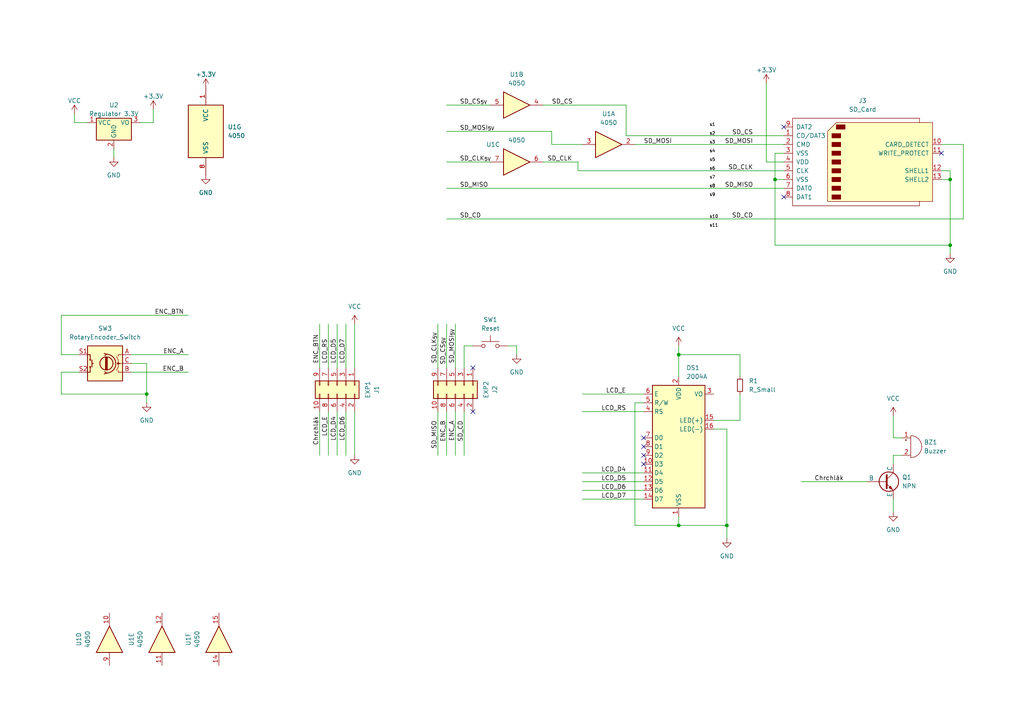
<source format=kicad_sch>
(kicad_sch (version 20231120) (generator "eeschema") (generator_version "8.0")
  (paper "A4")
  (title_block (title "Character LCD unit") (date "2024-05-30") (company "Prusa") (comment 1 "Incomplete drawing, traced"))
  (lib_symbols
    (symbol "4xxx:4050" (pin_names (offset 1.016))
      (property "Reference" "U" (at 0 1.27 0))
      (property "Value" "4050" (at 0 -1.27 0))
      (symbol "4050_1_0"
        (polyline (pts (xy -3.81 3.81) (xy -3.81 -3.81) (xy 3.81 0) (xy -3.81 3.81)) (stroke (width 0.254)) (fill (type background)))
        (pin output line (at 7.62 0 180) (length 3.81) (name "~") (number "2"))
        (pin input line (at -7.62 0 0) (length 3.81) (name "~") (number "3"))
      )
      (symbol "4050_2_0"
        (polyline (pts (xy -3.81 3.81) (xy -3.81 -3.81) (xy 3.81 0) (xy -3.81 3.81)) (stroke (width 0.254)) (fill (type background)))
        (pin output line (at 7.62 0 180) (length 3.81) (name "~") (number "4"))
        (pin input line (at -7.62 0 0) (length 3.81) (name "~") (number "5"))
      )
      (symbol "4050_3_0"
        (polyline (pts (xy -3.81 3.81) (xy -3.81 -3.81) (xy 3.81 0) (xy -3.81 3.81)) (stroke (width 0.254)) (fill (type background)))
        (pin output line (at 7.62 0 180) (length 3.81) (name "~") (number "6"))
        (pin input line (at -7.62 0 0) (length 3.81) (name "~") (number "7"))
      )
      (symbol "4050_4_0"
        (polyline (pts (xy -3.81 3.81) (xy -3.81 -3.81) (xy 3.81 0) (xy -3.81 3.81)) (stroke (width 0.254)) (fill (type background)))
        (pin output line (at 7.62 0 180) (length 3.81) (name "~") (number "10"))
        (pin input line (at -7.62 0 0) (length 3.81) (name "~") (number "9"))
      )
      (symbol "4050_5_0"
        (polyline (pts (xy -3.81 3.81) (xy -3.81 -3.81) (xy 3.81 0) (xy -3.81 3.81)) (stroke (width 0.254)) (fill (type background)))
        (pin input line (at -7.62 0 0) (length 3.81) (name "~") (number "11"))
        (pin output line (at 7.62 0 180) (length 3.81) (name "~") (number "12"))
      )
      (symbol "4050_6_0"
        (polyline (pts (xy -3.81 3.81) (xy -3.81 -3.81) (xy 3.81 0) (xy -3.81 3.81)) (stroke (width 0.254)) (fill (type background)))
        (pin input line (at -7.62 0 0) (length 3.81) (name "~") (number "14"))
        (pin output line (at 7.62 0 180) (length 3.81) (name "~") (number "15"))
      )
      (symbol "4050_7_0"
        (pin power_in line (at 0 12.7 270) (length 5.08) (name "VCC") (number "1"))
        (pin power_in line (at 0 -12.7 90) (length 5.08) (name "VSS") (number "8"))
      )
      (symbol "4050_7_1"
        (rectangle (start -5.08 7.62) (end 5.08 -7.62) (stroke (width 0.254)) (fill (type background)))
      )
    )
    (symbol "Connector:SD_Card" (pin_names (offset 1.016))
      (property "Reference" "J" (at -16.51 13.97 0))
      (property "Value" "SD_Card" (at 15.24 -13.97 0))
      (symbol "SD_Card_0_1"
        (rectangle (start -8.89 -9.525) (end -6.35 -10.795) (fill (type outline)))
        (rectangle (start -8.89 -6.985) (end -6.35 -8.255) (fill (type outline)))
        (rectangle (start -8.89 -4.445) (end -6.35 -5.715) (fill (type outline)))
        (rectangle (start -8.89 -1.905) (end -6.35 -3.175) (fill (type outline)))
        (rectangle (start -8.89 0.635) (end -6.35 -0.635) (fill (type outline)))
        (rectangle (start -8.89 3.175) (end -6.35 1.905) (fill (type outline)))
        (rectangle (start -8.89 5.715) (end -6.35 4.445) (fill (type outline)))
        (rectangle (start -8.89 8.255) (end -6.35 6.985) (fill (type outline)))
        (rectangle (start -7.62 10.795) (end -5.08 9.525) (fill (type outline)))
        (polyline (pts (xy -10.16 8.89) (xy -7.62 11.43) (xy 20.32 11.43) (xy 20.32 -11.43) (xy -10.16 -11.43) (xy -10.16 8.89)) (fill (type background)))
        (polyline (pts (xy 16.51 11.43) (xy 16.51 12.7) (xy -20.32 12.7) (xy -20.32 -12.7) (xy 16.51 -12.7) (xy 16.51 -11.43)))
      )
      (symbol "SD_Card_1_1"
        (pin input line (at -22.86 7.62 0) (length 2.54) (name "CD/DAT3") (number "1"))
        (pin input line (at 22.86 5.08 180) (length 2.54) (name "CARD_DETECT") (number "10"))
        (pin input line (at 22.86 2.54 180) (length 2.54) (name "WRITE_PROTECT") (number "11"))
        (pin input line (at 22.86 -2.54 180) (length 2.54) (name "SHELL1") (number "12"))
        (pin input line (at 22.86 -5.08 180) (length 2.54) (name "SHELL2") (number "13"))
        (pin input line (at -22.86 5.08 0) (length 2.54) (name "CMD") (number "2"))
        (pin power_in line (at -22.86 2.54 0) (length 2.54) (name "VSS") (number "3"))
        (pin power_in line (at -22.86 0 0) (length 2.54) (name "VDD") (number "4"))
        (pin input line (at -22.86 -2.54 0) (length 2.54) (name "CLK") (number "5"))
        (pin power_in line (at -22.86 -5.08 0) (length 2.54) (name "VSS") (number "6"))
        (pin input line (at -22.86 -7.62 0) (length 2.54) (name "DAT0") (number "7"))
        (pin input line (at -22.86 -10.16 0) (length 2.54) (name "DAT1") (number "8"))
        (pin input line (at -22.86 10.16 0) (length 2.54) (name "DAT2") (number "9"))
      )
    )
    (symbol "Connector_Generic:Conn_02x05_Odd_Even" (pin_names (offset 1.016) hide)
      (property "Reference" "J" (at 1.27 7.62 0))
      (property "Value" "Conn_02x05_Odd_Even" (at 1.27 -7.62 0))
      (symbol "Conn_02x05_Odd_Even_1_1"
        (rectangle (start -1.27 -4.953) (end 0 -5.207) (stroke (width 0.1524)))
        (rectangle (start -1.27 -2.413) (end 0 -2.667) (stroke (width 0.1524)))
        (rectangle (start -1.27 0.127) (end 0 -0.127) (stroke (width 0.1524)))
        (rectangle (start -1.27 2.667) (end 0 2.413) (stroke (width 0.1524)))
        (rectangle (start -1.27 5.207) (end 0 4.953) (stroke (width 0.1524)))
        (rectangle (start -1.27 6.35) (end 3.81 -6.35) (stroke (width 0.254)) (fill (type background)))
        (rectangle (start 3.81 -4.953) (end 2.54 -5.207) (stroke (width 0.1524)))
        (rectangle (start 3.81 -2.413) (end 2.54 -2.667) (stroke (width 0.1524)))
        (rectangle (start 3.81 0.127) (end 2.54 -0.127) (stroke (width 0.1524)))
        (rectangle (start 3.81 2.667) (end 2.54 2.413) (stroke (width 0.1524)))
        (rectangle (start 3.81 5.207) (end 2.54 4.953) (stroke (width 0.1524)))
        (pin passive line (at -5.08 5.08 0) (length 3.81) (name "Pin_1") (number "1"))
        (pin passive line (at 7.62 -5.08 180) (length 3.81) (name "Pin_10") (number "10"))
        (pin passive line (at 7.62 5.08 180) (length 3.81) (name "Pin_2") (number "2"))
        (pin passive line (at -5.08 2.54 0) (length 3.81) (name "Pin_3") (number "3"))
        (pin passive line (at 7.62 2.54 180) (length 3.81) (name "Pin_4") (number "4"))
        (pin passive line (at -5.08 0 0) (length 3.81) (name "Pin_5") (number "5"))
        (pin passive line (at 7.62 0 180) (length 3.81) (name "Pin_6") (number "6"))
        (pin passive line (at -5.08 -2.54 0) (length 3.81) (name "Pin_7") (number "7"))
        (pin passive line (at 7.62 -2.54 180) (length 3.81) (name "Pin_8") (number "8"))
        (pin passive line (at -5.08 -5.08 0) (length 3.81) (name "Pin_9") (number "9"))
      )
    )
    (symbol "Device:Buzzer" (pin_names (offset 0.0254) hide)
      (property "Reference" "BZ" (at 3.81 1.27 0))
      (property "Value" "Buzzer" (at 3.81 -1.27 0))
      (symbol "Buzzer_0_1"
        (arc (start 0 -3.175) (mid 3.1612 0) (end 0 3.175))
        (polyline (pts (xy -1.651 1.905) (xy -1.143 1.905)))
        (polyline (pts (xy -1.397 2.159) (xy -1.397 1.651)))
        (polyline (pts (xy 0 3.175) (xy 0 -3.175)))
      )
      (symbol "Buzzer_1_1"
        (pin passive line (at -2.54 2.54 0) (length 2.54) (name "+") (number "1"))
        (pin passive line (at -2.54 -2.54 0) (length 2.54) (name "-") (number "2"))
      )
    )
    (symbol "Device:R_Small" (pin_numbers hide) (pin_names (offset 0.254) hide)
      (property "Reference" "R" (at 0.762 0.508 0))
      (property "Value" "R_Small" (at 0.762 -1.016 0))
      (symbol "R_Small_0_1"
        (rectangle (start -0.762 1.778) (end 0.762 -1.778) (stroke (width 0.2032)))
      )
      (symbol "R_Small_1_1"
        (pin passive line (at 0 2.54 270) (length 0.762) (name "~") (number "1"))
        (pin passive line (at 0 -2.54 90) (length 0.762) (name "~") (number "2"))
      )
    )
    (symbol "Device:RotaryEncoder_Switch" (pin_names (offset 0.254) hide)
      (property "Reference" "SW" (at 0 6.604 0))
      (property "Value" "RotaryEncoder_Switch" (at 0 -6.604 0))
      (symbol "RotaryEncoder_Switch_0_1"
        (rectangle (start -5.08 5.08) (end 5.08 -5.08) (stroke (width 0.254)) (fill (type background)))
        (circle (center -3.81 0) (radius 0.254) (fill (type outline)))
        (circle (center -0.381 0) (radius 1.905) (stroke (width 0.254)))
        (arc (start -0.381 2.667) (mid -3.0988 -0.0635) (end -0.381 -2.794) (stroke (width 0.254)))
        (polyline (pts (xy -0.635 -1.778) (xy -0.635 1.778)) (stroke (width 0.254)))
        (polyline (pts (xy -0.381 -1.778) (xy -0.381 1.778)) (stroke (width 0.254)))
        (polyline (pts (xy -0.127 1.778) (xy -0.127 -1.778)) (stroke (width 0.254)))
        (polyline (pts (xy 3.81 0) (xy 3.429 0)) (stroke (width 0.254)))
        (polyline (pts (xy 3.81 1.016) (xy 3.81 -1.016)) (stroke (width 0.254)))
        (polyline (pts (xy -5.08 -2.54) (xy -3.81 -2.54) (xy -3.81 -2.032)))
        (polyline (pts (xy -5.08 2.54) (xy -3.81 2.54) (xy -3.81 2.032)))
        (polyline (pts (xy 0.254 -3.048) (xy -0.508 -2.794) (xy 0.127 -2.413)) (stroke (width 0.254)))
        (polyline (pts (xy 0.254 2.921) (xy -0.508 2.667) (xy 0.127 2.286)) (stroke (width 0.254)))
        (polyline (pts (xy 5.08 -2.54) (xy 4.318 -2.54) (xy 4.318 -1.016)) (stroke (width 0.254)))
        (polyline (pts (xy 5.08 2.54) (xy 4.318 2.54) (xy 4.318 1.016)) (stroke (width 0.254)))
        (polyline (pts (xy -5.08 0) (xy -3.81 0) (xy -3.81 -1.016) (xy -3.302 -2.032)))
        (polyline (pts (xy -4.318 0) (xy -3.81 0) (xy -3.81 1.016) (xy -3.302 2.032)))
        (circle (center 4.318 -1.016) (radius 0.127) (stroke (width 0.254)))
        (circle (center 4.318 1.016) (radius 0.127) (stroke (width 0.254)))
      )
      (symbol "RotaryEncoder_Switch_1_1"
        (pin passive line (at -7.62 2.54 0) (length 2.54) (name "A") (number "A"))
        (pin passive line (at -7.62 -2.54 0) (length 2.54) (name "B") (number "B"))
        (pin passive line (at -7.62 0 0) (length 2.54) (name "C") (number "C"))
        (pin passive line (at 7.62 2.54 180) (length 2.54) (name "S1") (number "S1"))
        (pin passive line (at 7.62 -2.54 180) (length 2.54) (name "S2") (number "S2"))
      )
    )
    (symbol "Display_Character:WC1602A"
      (property "Reference" "DS" (at -5.842 19.05 0))
      (property "Value" "WC1602A" (at 5.334 19.05 0))
      (symbol "WC1602A_1_1"
        (rectangle (start -7.62 17.78) (end 7.62 -17.78) (stroke (width 0.254)) (fill (type background)))
        (pin power_in line (at 0 -20.32 90) (length 2.54) (name "VSS") (number "1"))
        (pin input line (at -10.16 -5.08 0) (length 2.54) (name "D3") (number "10"))
        (pin input line (at -10.16 -7.62 0) (length 2.54) (name "D4") (number "11"))
        (pin input line (at -10.16 -10.16 0) (length 2.54) (name "D5") (number "12"))
        (pin input line (at -10.16 -12.7 0) (length 2.54) (name "D6") (number "13"))
        (pin input line (at -10.16 -15.24 0) (length 2.54) (name "D7") (number "14"))
        (pin power_in line (at 10.16 7.62 180) (length 2.54) (name "LED(+)") (number "15"))
        (pin power_in line (at 10.16 5.08 180) (length 2.54) (name "LED(-)") (number "16"))
        (pin power_in line (at 0 20.32 270) (length 2.54) (name "VDD") (number "2"))
        (pin input line (at 10.16 15.24 180) (length 2.54) (name "VO") (number "3"))
        (pin input line (at -10.16 10.16 0) (length 2.54) (name "RS") (number "4"))
        (pin input line (at -10.16 12.7 0) (length 2.54) (name "R/W") (number "5"))
        (pin input line (at -10.16 15.24 0) (length 2.54) (name "E") (number "6"))
        (pin input line (at -10.16 2.54 0) (length 2.54) (name "D0") (number "7"))
        (pin input line (at -10.16 0 0) (length 2.54) (name "D1") (number "8"))
        (pin input line (at -10.16 -2.54 0) (length 2.54) (name "D2") (number "9"))
      )
    )
    (symbol "Regulator_Linear:BD33FC0FP"
      (property "Reference" "U" (at 0 7.62 0))
      (property "Value" "BD33FC0FP" (at 0 5.08 0))
      (symbol "BD33FC0FP_1_1"
        (rectangle (start -5.08 -5.08) (end 5.08 1.27) (stroke (width 0.254)) (fill (type background)))
        (pin power_in line (at -7.62 0 0) (length 2.54) (name "VCC") (number "1"))
        (pin power_in line (at 0 -7.62 90) (length 2.54) (name "GND") (number "2"))
        (pin power_out line (at 7.62 0 180) (length 2.54) (name "VO") (number "3"))
      )
    )
    (symbol "Simulation_SPICE:NPN" (pin_numbers hide) (pin_names (offset 0))
      (property "Reference" "Q" (at -2.54 7.62 0))
      (property "Value" "NPN" (at -2.54 5.08 0))
      (symbol "NPN_0_1"
        (polyline (pts (xy -2.54 0) (xy 0.635 0)) (stroke (width 0.1524)))
        (polyline (pts (xy 0.635 0.635) (xy 2.54 2.54)))
        (polyline (pts (xy 2.794 -1.27) (xy 2.794 -1.27)) (stroke (width 0.1524)))
        (polyline (pts (xy 2.794 -1.27) (xy 2.794 -1.27)) (stroke (width 0.1524)))
        (polyline (pts (xy 0.635 -0.635) (xy 2.54 -2.54) (xy 2.54 -2.54)))
        (polyline (pts (xy 0.635 1.905) (xy 0.635 -1.905) (xy 0.635 -1.905)) (stroke (width 0.508)))
        (polyline (pts (xy 1.27 -1.778) (xy 1.778 -1.27) (xy 2.286 -2.286) (xy 1.27 -1.778) (xy 1.27 -1.778)) (fill (type outline)))
        (circle (center 1.27 0) (radius 2.8194) (stroke (width 0.254)))
      )
      (symbol "NPN_1_1"
        (pin open_collector line (at 2.54 5.08 270) (length 2.54) (name "C") (number "1"))
        (pin input line (at -5.08 0 0) (length 2.54) (name "B") (number "2"))
        (pin open_emitter line (at 2.54 -5.08 90) (length 2.54) (name "E") (number "3"))
      )
    )
    (symbol "Switch:SW_Push" (pin_numbers hide) (pin_names (offset 1.016) hide)
      (property "Reference" "SW" (at 1.27 2.54 0))
      (property "Value" "SW_Push" (at 0 -1.524 0))
      (symbol "SW_Push_0_1"
        (circle (center -2.032 0) (radius 0.508))
        (polyline (pts (xy 0 1.27) (xy 0 3.048)))
        (polyline (pts (xy 2.54 1.27) (xy -2.54 1.27)))
        (circle (center 2.032 0) (radius 0.508))
        (pin passive line (at -5.08 0 0) (length 2.54) (name "1") (number "1"))
        (pin passive line (at 5.08 0 180) (length 2.54) (name "2") (number "2"))
      )
    )
    (symbol "power:+3.3V" (power) (pin_numbers hide) (pin_names (offset 0) hide)
      (property "Value" "+3.3V" (at 0 3.556 0))
      (symbol "+3.3V_0_1"
        (polyline (pts (xy -0.762 1.27) (xy 0 2.54)))
        (polyline (pts (xy 0 0) (xy 0 2.54)))
        (polyline (pts (xy 0 2.54) (xy 0.762 1.27)))
      )
      (symbol "+3.3V_1_1"
        (pin power_in line (at 0 0 90) (length 0) (name "~") (number "1"))
      )
    )
    (symbol "power:GND" (power) (pin_numbers hide) (pin_names (offset 0) hide)
      (property "Value" "GND" (at 0 -3.81 0))
      (symbol "GND_0_1"
        (polyline (pts (xy 0 0) (xy 0 -1.27) (xy 1.27 -1.27) (xy 0 -2.54) (xy -1.27 -1.27) (xy 0 -1.27)))
      )
      (symbol "GND_1_1"
        (pin power_in line (at 0 0 270) (length 0) (name "~") (number "1"))
      )
    )
    (symbol "power:VCC" (power) (pin_numbers hide) (pin_names (offset 0) hide)
      (property "Value" "VCC" (at 0 3.556 0))
      (symbol "VCC_0_1"
        (polyline (pts (xy -0.762 1.27) (xy 0 2.54)))
        (polyline (pts (xy 0 0) (xy 0 2.54)))
        (polyline (pts (xy 0 2.54) (xy 0.762 1.27)))
      )
      (symbol "VCC_1_1"
        (pin power_in line (at 0 0 90) (length 0) (name "~") (number "1"))
      )
    )
  )
  (junction (at 275.59 52.07))
  (junction (at 42.545 114.3))
  (junction (at 210.82 152.4))
  (junction (at 275.59 71.12))
  (junction (at 196.85 102.87))
  (junction (at 196.85 152.4))
  (junction (at 224.79 52.07))
  (no_connect (at 273.05 44.45))
  (no_connect (at 186.69 134.62))
  (no_connect (at 227.33 57.15))
  (no_connect (at 186.69 129.54))
  (no_connect (at 137.16 119.38))
  (no_connect (at 186.69 127))
  (no_connect (at 137.16 106.68))
  (no_connect (at 227.33 36.83))
  (no_connect (at 186.69 132.08))
  (wire (pts (xy 196.85 149.86) (xy 196.85 152.4)))
  (wire (pts (xy 42.545 116.84) (xy 42.545 114.3)))
  (wire (pts (xy 207.01 124.46) (xy 210.82 124.46)))
  (wire (pts (xy 275.59 71.12) (xy 224.79 71.12)))
  (wire (pts (xy 222.25 46.99) (xy 227.33 46.99)))
  (wire (pts (xy 196.85 109.22) (xy 196.85 102.87)))
  (wire (pts (xy 22.86 107.95) (xy 17.78 107.95)))
  (wire (pts (xy 196.85 102.87) (xy 214.63 102.87)))
  (wire (pts (xy 168.91 139.7) (xy 186.69 139.7)))
  (wire (pts (xy 168.91 142.24) (xy 186.69 142.24)))
  (wire (pts (xy 21.59 35.56) (xy 25.4 35.56)))
  (wire (pts (xy 127 93.98) (xy 127 106.68)))
  (wire (pts (xy 132.08 119.38) (xy 132.08 132.08)))
  (wire (pts (xy 54.61 107.95) (xy 38.1 107.95)))
  (wire (pts (xy 129.54 119.38) (xy 129.54 132.08)))
  (wire (pts (xy 275.59 49.53) (xy 275.59 52.07)))
  (wire (pts (xy 259.08 120.65) (xy 259.08 127)))
  (wire (pts (xy 100.33 106.68) (xy 100.33 93.98)))
  (wire (pts (xy 132.08 93.98) (xy 132.08 106.68)))
  (wire (pts (xy 54.61 102.87) (xy 38.1 102.87)))
  (wire (pts (xy 181.61 39.37) (xy 227.33 39.37)))
  (wire (pts (xy 97.79 106.68) (xy 97.79 93.98)))
  (wire (pts (xy 149.86 100.33) (xy 147.32 100.33)))
  (wire (pts (xy 273.05 52.07) (xy 275.59 52.07)))
  (wire (pts (xy 210.82 152.4) (xy 196.85 152.4)))
  (wire (pts (xy 44.45 35.56) (xy 44.45 31.75)))
  (wire (pts (xy 22.86 102.87) (xy 17.78 102.87)))
  (wire (pts (xy 129.54 46.99) (xy 142.24 46.99)))
  (wire (pts (xy 259.08 148.59) (xy 259.08 144.78)))
  (wire (pts (xy 97.79 119.38) (xy 97.79 132.08)))
  (wire (pts (xy 38.1 105.41) (xy 42.545 105.41)))
  (wire (pts (xy 279.4 41.91) (xy 279.4 63.5)))
  (wire (pts (xy 134.62 119.38) (xy 134.62 132.08)))
  (wire (pts (xy 167.64 46.99) (xy 167.64 49.53)))
  (wire (pts (xy 95.25 119.38) (xy 95.25 132.08)))
  (wire (pts (xy 17.78 102.87) (xy 17.78 91.44)))
  (wire (pts (xy 181.61 30.48) (xy 181.61 39.37)))
  (wire (pts (xy 21.59 33.02) (xy 21.59 35.56)))
  (wire (pts (xy 149.86 102.87) (xy 149.86 100.33)))
  (wire (pts (xy 168.91 119.38) (xy 186.69 119.38)))
  (wire (pts (xy 214.63 102.87) (xy 214.63 109.22)))
  (wire (pts (xy 33.02 45.72) (xy 33.02 43.18)))
  (wire (pts (xy 275.59 52.07) (xy 275.59 71.12)))
  (wire (pts (xy 129.54 63.5) (xy 279.4 63.5)))
  (wire (pts (xy 17.78 107.95) (xy 17.78 114.3)))
  (wire (pts (xy 102.87 119.38) (xy 102.87 132.08)))
  (wire (pts (xy 100.33 119.38) (xy 100.33 132.08)))
  (wire (pts (xy 160.02 38.1) (xy 160.02 41.91)))
  (wire (pts (xy 92.71 106.68) (xy 92.71 93.98)))
  (wire (pts (xy 259.08 132.08) (xy 259.08 134.62)))
  (wire (pts (xy 273.05 41.91) (xy 279.4 41.91)))
  (wire (pts (xy 227.33 52.07) (xy 224.79 52.07)))
  (wire (pts (xy 184.15 41.91) (xy 227.33 41.91)))
  (wire (pts (xy 259.08 127) (xy 261.62 127)))
  (wire (pts (xy 168.91 114.3) (xy 186.69 114.3)))
  (wire (pts (xy 157.48 30.48) (xy 181.61 30.48)))
  (wire (pts (xy 42.545 105.41) (xy 42.545 114.3)))
  (wire (pts (xy 184.15 152.4) (xy 196.85 152.4)))
  (wire (pts (xy 134.62 100.33) (xy 134.62 106.68)))
  (wire (pts (xy 207.01 121.92) (xy 214.63 121.92)))
  (wire (pts (xy 210.82 124.46) (xy 210.82 152.4)))
  (wire (pts (xy 92.71 119.38) (xy 92.71 132.08)))
  (wire (pts (xy 40.64 35.56) (xy 44.45 35.56)))
  (wire (pts (xy 168.91 144.78) (xy 186.69 144.78)))
  (wire (pts (xy 222.25 24.13) (xy 222.25 46.99)))
  (wire (pts (xy 184.15 116.84) (xy 184.15 152.4)))
  (wire (pts (xy 54.61 91.44) (xy 17.78 91.44)))
  (wire (pts (xy 129.54 38.1) (xy 160.02 38.1)))
  (wire (pts (xy 167.64 49.53) (xy 227.33 49.53)))
  (wire (pts (xy 224.79 71.12) (xy 224.79 52.07)))
  (wire (pts (xy 275.59 73.66) (xy 275.59 71.12)))
  (wire (pts (xy 186.69 116.84) (xy 184.15 116.84)))
  (wire (pts (xy 224.79 52.07) (xy 224.79 44.45)))
  (wire (pts (xy 17.78 114.3) (xy 42.545 114.3)))
  (wire (pts (xy 224.79 44.45) (xy 227.33 44.45)))
  (wire (pts (xy 102.87 106.68) (xy 102.87 93.98)))
  (wire (pts (xy 214.63 121.92) (xy 214.63 114.3)))
  (wire (pts (xy 168.91 137.16) (xy 186.69 137.16)))
  (wire (pts (xy 95.25 106.68) (xy 95.25 93.98)))
  (wire (pts (xy 167.64 46.99) (xy 157.48 46.99)))
  (wire (pts (xy 210.82 152.4) (xy 210.82 156.21)))
  (wire (pts (xy 259.08 132.08) (xy 261.62 132.08)))
  (wire (pts (xy 129.54 54.61) (xy 227.33 54.61)))
  (wire (pts (xy 129.54 93.98) (xy 129.54 106.68)))
  (wire (pts (xy 129.54 30.48) (xy 142.24 30.48)))
  (wire (pts (xy 232.41 139.7) (xy 251.46 139.7)))
  (wire (pts (xy 273.05 49.53) (xy 275.59 49.53)))
  (wire (pts (xy 127 119.38) (xy 127 132.08)))
  (wire (pts (xy 137.16 100.33) (xy 134.62 100.33)))
  (wire (pts (xy 196.85 100.33) (xy 196.85 102.87)))
  (wire (pts (xy 160.02 41.91) (xy 168.91 41.91)))
  (label "SD_MOSI" (at 218.44 41.91 180))
  (label "ENC_B" (at 53.34 107.95 180))
  (label "ENC_BTN" (at 53.34 91.44 180))
  (label "s5" (at 205.74 46.99 0) (effects (font (size 0.889 0.889))))
  (label "SD_CD" (at 134.62 121.92 270))
  (label "s9" (at 205.74 57.15 0) (effects (font (size 0.889 0.889))))
  (label "ENC_A" (at 132.08 121.92 270))
  (label "LCD_D7" (at 181.61 144.78 180))
  (label "LCD_D6" (at 181.61 142.24 180))
  (label "LCD_D5" (at 181.61 139.7 180))
  (label "LCD_RS" (at 181.61 119.38 180))
  (label "SD_MISO" (at 133.35 54.61 0))
  (label "SD_CLK_{5V}" (at 133.35 46.99 0))
  (label "LCD_D4" (at 97.79 120.65 270))
  (label "s3" (at 205.74 41.91 0) (effects (font (size 0.889 0.889))))
  (label "LCD_D7" (at 100.33 105.41 90))
  (label "LCD_D5" (at 97.79 105.41 90))
  (label "SD_MISO" (at 218.44 54.61 180))
  (label "SD_CD" (at 218.44 63.5 180))
  (label "ENC_BTN" (at 92.71 105.41 90))
  (label "SD_MOSI" (at 186.69 41.91 0))
  (label "SD_CS_{5V}" (at 129.54 97.79 270))
  (label "s6" (at 205.74 49.53 0) (effects (font (size 0.889 0.889))))
  (label "LCD_E" (at 95.25 120.65 270))
  (label "LCD_D4" (at 181.61 137.16 180))
  (label "ENC_A" (at 53.34 102.87 180))
  (label "s8" (at 205.74 54.61 0) (effects (font (size 0.889 0.889))))
  (label "s2" (at 205.74 39.37 0) (effects (font (size 0.889 0.889))))
  (label "LCD_E" (at 181.61 114.3 180))
  (label "s1" (at 205.74 36.83 0) (effects (font (size 0.889 0.889))))
  (label "SD_CD" (at 133.35 63.5 0))
  (label "s11" (at 205.74 66.04 0) (effects (font (size 0.889 0.889))))
  (label "Chrchlák" (at 236.22 139.7 0))
  (label "SD_CS_{5V}" (at 133.35 30.48 0))
  (label "SD_CS" (at 218.44 39.37 180))
  (label "s10" (at 205.74 63.5 0) (effects (font (size 0.889 0.889))))
  (label "LCD_RS" (at 95.25 105.41 90))
  (label "Chrchlák" (at 92.71 120.65 270))
  (label "SD_MOSI_{5V}" (at 132.08 105.41 90))
  (label "LCD_D6" (at 100.33 120.65 270))
  (label "SD_CLK" (at 158.75 46.99 0))
  (label "SD_CS" (at 160.02 30.48 0))
  (label "s7" (at 205.74 52.07 0) (effects (font (size 0.889 0.889))))
  (label "SD_CLK" (at 218.44 49.53 180))
  (label "SD_MOSI_{5V}" (at 133.35 38.1 0))
  (label "SD_CLK_{5V}" (at 127 105.41 90))
  (label "ENC_B" (at 129.54 121.92 270))
  (label "s4" (at 205.74 44.45 0) (effects (font (size 0.889 0.889))))
  (label "SD_MISO" (at 127 121.92 270))
  (symbol (lib_id "4xxx:4050") (at 149.86 30.48 0) (unit 2)
    (property "Reference" "U1" (at 149.86 21.59 0))
    (property "Value" "4050" (at 149.86 24.13 0))
    (property "Datasheet" "http://www.intersil.com/content/dam/intersil/documents/cd40/cd4050bms.pdf" (effects (hide yes)))
    (property "Description" "Hex Buffer" (effects (hide yes)))
  )
  (symbol (lib_id "Connector_Generic:Conn_02x05_Odd_Even") (at 97.79 111.76 270) (unit 1)
    (property "Reference" "J1" (at 109.22 113.03 0))
    (property "Value" "EXP1" (at 106.68 113.03 0))
    (property "Description" "Generic connector, double row, 02x05, odd/even pin numbering scheme (row 1 odd numbers, row 2 even numbers), script generated (kicad-library-utils/schlib/autogen/connector/)" (effects (hide yes)))
  )
  (symbol (lib_id "power:VCC") (at 196.85 100.33 0) (unit 1)
    (property "Reference" "#PWR09" (effects (hide yes)))
    (property "Value" "VCC" (at 196.85 95.25 0))
    (property "Description" "Power symbol creates a global label with name \"VCC\"" (effects (hide yes)))
  )
  (symbol (lib_id "power:VCC") (at 259.08 120.65 0) (unit 1)
    (property "Reference" "#PWR03" (effects (hide yes)))
    (property "Value" "VCC" (at 259.08 115.57 0))
    (property "Description" "Power symbol creates a global label with name \"VCC\"" (effects (hide yes)))
  )
  (symbol (lib_id "4xxx:4050") (at 59.69 38.1 0) (unit 7)
    (property "Reference" "U1" (at 66.04 36.8299 0) (effects (justify left)))
    (property "Value" "4050" (at 66.04 39.3699 0) (effects (justify left)))
    (property "Datasheet" "http://www.intersil.com/content/dam/intersil/documents/cd40/cd4050bms.pdf" (effects (hide yes)))
    (property "Description" "Hex Buffer" (effects (hide yes)))
  )
  (symbol (lib_id "Device:RotaryEncoder_Switch") (at 30.48 105.41 0) (mirror y) (unit 1)
    (property "Reference" "SW3" (at 30.48 95.25 0))
    (property "Value" "RotaryEncoder_Switch" (at 30.48 97.79 0))
    (property "Description" "Rotary encoder, dual channel, incremental quadrate outputs, with switch" (effects (hide yes)))
  )
  (symbol (lib_id "Connector:SD_Card") (at 250.19 46.99 0) (unit 1)
    (property "Reference" "J3" (at 250.19 29.21 0))
    (property "Value" "SD_Card" (at 250.19 31.75 0))
    (property "Datasheet" "http://portal.fciconnect.com/Comergent//fci/drawing/10067847.pdf" (effects (hide yes)))
    (property "Description" "SD Card Reader" (effects (hide yes)))
  )
  (symbol (lib_id "power:VCC") (at 21.59 33.02 0) (unit 1)
    (property "Reference" "#PWR011" (effects (hide yes)))
    (property "Value" "VCC" (at 21.59 29.21 0))
    (property "Description" "Power symbol creates a global label with name \"VCC\"" (effects (hide yes)))
  )
  (symbol (lib_id "power:GND") (at 275.59 73.66 0) (unit 1)
    (property "Reference" "#PWR01" (effects (hide yes)))
    (property "Value" "GND" (at 275.59 78.74 0))
    (property "Description" "Power symbol creates a global label with name \"GND\" , ground" (effects (hide yes)))
  )
  (symbol (lib_id "power:+3.3V") (at 44.45 31.75 0) (unit 1)
    (property "Reference" "#PWR012" (effects (hide yes)))
    (property "Value" "+3.3V" (at 44.45 27.94 0))
    (property "Description" "Power symbol creates a global label with name \"+3.3V\"" (effects (hide yes)))
  )
  (symbol (lib_id "4xxx:4050") (at 149.86 46.99 0) (unit 3)
    (property "Reference" "U1" (at 143.002 41.91 0))
    (property "Value" "4050" (at 149.86 40.64 0))
    (property "Datasheet" "http://www.intersil.com/content/dam/intersil/documents/cd40/cd4050bms.pdf" (effects (hide yes)))
    (property "Description" "Hex Buffer" (effects (hide yes)))
  )
  (symbol (lib_id "Regulator_Linear:BD33FC0FP") (at 33.02 35.56 0) (unit 1)
    (property "Reference" "U2" (at 33.02 30.48 0))
    (property "Value" "Regulator 3.3V" (at 33.02 33.02 0))
    (property "Footprint" "Package_TO_SOT_THT:TO-220F-3_Horizontal_TabDown" (effects (hide yes)))
    (property "Datasheet" "https://fscdn.rohm.com/en/products/databook/datasheet/ic/power/linear_regulator/bdxxfc0wefj-e.pdf" (effects (hide yes)))
    (property "Description" "1A, 3.3V LDO regulator with OVP & TSP, without enable, TO-252" (effects (hide yes)))
  )
  (symbol (lib_id "4xxx:4050") (at 46.99 185.42 90) (unit 5)
    (property "Reference" "U1" (at 38.1 185.42 0))
    (property "Value" "4050" (at 40.64 185.42 0))
    (property "Datasheet" "http://www.intersil.com/content/dam/intersil/documents/cd40/cd4050bms.pdf" (effects (hide yes)))
    (property "Description" "Hex Buffer" (effects (hide yes)))
  )
  (symbol (lib_id "4xxx:4050") (at 176.53 41.91 0) (unit 1)
    (property "Reference" "U1" (at 176.53 33.02 0))
    (property "Value" "4050" (at 176.53 35.56 0))
    (property "Datasheet" "http://www.intersil.com/content/dam/intersil/documents/cd40/cd4050bms.pdf" (effects (hide yes)))
    (property "Description" "Hex Buffer" (effects (hide yes)))
  )
  (symbol (lib_id "power:+3.3V") (at 59.69 25.4 0) (unit 1)
    (property "Reference" "#PWR014" (effects (hide yes)))
    (property "Value" "+3.3V" (at 59.69 21.59 0))
    (property "Description" "Power symbol creates a global label with name \"+3.3V\"" (effects (hide yes)))
  )
  (symbol (lib_id "power:GND") (at 59.69 50.8 0) (unit 1)
    (property "Reference" "#PWR015" (effects (hide yes)))
    (property "Value" "GND" (at 59.69 55.88 0))
    (property "Description" "Power symbol creates a global label with name \"GND\" , ground" (effects (hide yes)))
  )
  (symbol (lib_id "Simulation_SPICE:NPN") (at 256.54 139.7 0) (unit 1)
    (property "Reference" "Q1" (at 261.62 138.4299 0) (effects (justify left)))
    (property "Value" "NPN" (at 261.62 140.9699 0) (effects (justify left)))
    (property "Datasheet" "https://ngspice.sourceforge.io/docs/ngspice-html-manual/manual.xhtml#cha_BJTs" (effects (hide yes)))
    (property "Description" "Bipolar transistor symbol for simulation only, substrate tied to the emitter" (effects (hide yes)))
    (property "Sim.Device" "NPN" (effects (hide yes)))
    (property "Sim.Type" "GUMMELPOON" (effects (hide yes)))
    (property "Sim.Pins" "1=C 2=B 3=E" (effects (hide yes)))
  )
  (symbol (lib_id "power:GND") (at 259.08 148.59 0) (unit 1)
    (property "Reference" "#PWR04" (effects (hide yes)))
    (property "Value" "GND" (at 259.08 153.67 0))
    (property "Description" "Power symbol creates a global label with name \"GND\" , ground" (effects (hide yes)))
  )
  (symbol (lib_id "power:GND") (at 33.02 45.72 0) (unit 1)
    (property "Reference" "#PWR010" (effects (hide yes)))
    (property "Value" "GND" (at 33.02 50.8 0))
    (property "Description" "Power symbol creates a global label with name \"GND\" , ground" (effects (hide yes)))
  )
  (symbol (lib_id "4xxx:4050") (at 63.5 185.42 90) (unit 6)
    (property "Reference" "U1" (at 54.61 185.42 0))
    (property "Value" "4050" (at 57.15 185.42 0))
    (property "Datasheet" "http://www.intersil.com/content/dam/intersil/documents/cd40/cd4050bms.pdf" (effects (hide yes)))
    (property "Description" "Hex Buffer" (effects (hide yes)))
  )
  (symbol (lib_id "power:VCC") (at 102.87 93.98 0) (unit 1)
    (property "Reference" "#PWR07" (effects (hide yes)))
    (property "Value" "VCC" (at 102.87 88.9 0))
    (property "Description" "Power symbol creates a global label with name \"VCC\"" (effects (hide yes)))
  )
  (symbol (lib_id "power:GND") (at 210.82 156.21 0) (unit 1)
    (property "Reference" "#PWR08" (effects (hide yes)))
    (property "Value" "GND" (at 210.82 161.29 0))
    (property "Description" "Power symbol creates a global label with name \"GND\" , ground" (effects (hide yes)))
  )
  (symbol (lib_id "4xxx:4050") (at 31.75 185.42 90) (unit 4)
    (property "Reference" "U1" (at 22.86 185.42 0))
    (property "Value" "4050" (at 25.4 185.42 0))
    (property "Datasheet" "http://www.intersil.com/content/dam/intersil/documents/cd40/cd4050bms.pdf" (effects (hide yes)))
    (property "Description" "Hex Buffer" (effects (hide yes)))
  )
  (symbol (lib_id "Switch:SW_Push") (at 142.24 100.33 0) (unit 1)
    (property "Reference" "SW1" (at 142.24 92.71 0))
    (property "Value" "Reset" (at 142.24 95.25 0))
    (property "Description" "Push button switch, generic, two pins" (effects (hide yes)))
  )
  (symbol (lib_id "Device:R_Small") (at 214.63 111.76 0) (unit 1)
    (property "Reference" "R1" (at 217.17 110.4899 0) (effects (justify left)))
    (property "Value" "R_Small" (at 217.17 113.0299 0) (effects (justify left)))
    (property "Description" "Resistor, small symbol" (effects (hide yes)))
  )
  (symbol (lib_id "power:GND") (at 42.545 116.84 0) (mirror y) (unit 1)
    (property "Reference" "#PWR05" (effects (hide yes)))
    (property "Value" "GND" (at 42.545 121.92 0))
    (property "Description" "Power symbol creates a global label with name \"GND\" , ground" (effects (hide yes)))
  )
  (symbol (lib_id "Display_Character:WC1602A") (at 196.85 129.54 0) (unit 1)
    (property "Reference" "DS1" (at 199.0441 106.68 0) (effects (justify left)))
    (property "Value" "2004A" (at 199.0441 109.22 0) (effects (justify left)))
    (property "Footprint" "Display:WC1602A" (effects (hide yes)))
    (property "Datasheet" "http://www.wincomlcd.com/pdf/WC1602A-SFYLYHTC06.pdf" (effects (hide yes)))
    (property "Description" "LCD 16x2 Alphanumeric , 8 bit parallel bus, 5V VDD" (effects (hide yes)))
  )
  (symbol (lib_id "power:+3.3V") (at 222.25 24.13 0) (unit 1)
    (property "Reference" "#PWR013" (effects (hide yes)))
    (property "Value" "+3.3V" (at 222.25 20.32 0))
    (property "Description" "Power symbol creates a global label with name \"+3.3V\"" (effects (hide yes)))
  )
  (symbol (lib_id "power:GND") (at 102.87 132.08 0) (unit 1)
    (property "Reference" "#PWR06" (effects (hide yes)))
    (property "Value" "GND" (at 102.87 137.16 0))
    (property "Description" "Power symbol creates a global label with name \"GND\" , ground" (effects (hide yes)))
  )
  (symbol (lib_id "Connector_Generic:Conn_02x05_Odd_Even") (at 132.08 111.76 270) (unit 1)
    (property "Reference" "J2" (at 143.51 113.03 0))
    (property "Value" "EXP2" (at 140.97 113.03 0))
    (property "Description" "Generic connector, double row, 02x05, odd/even pin numbering scheme (row 1 odd numbers, row 2 even numbers), script generated (kicad-library-utils/schlib/autogen/connector/)" (effects (hide yes)))
  )
  (symbol (lib_id "power:GND") (at 149.86 102.87 0) (unit 1)
    (property "Reference" "#PWR02" (effects (hide yes)))
    (property "Value" "GND" (at 149.86 107.95 0))
    (property "Description" "Power symbol creates a global label with name \"GND\" , ground" (effects (hide yes)))
  )
  (symbol (lib_id "Device:Buzzer") (at 264.16 129.54 0) (unit 1)
    (property "Reference" "BZ1" (at 267.97 128.2699 0) (effects (justify left)))
    (property "Value" "Buzzer" (at 267.97 130.8099 0) (effects (justify left)))
    (property "Description" "Buzzer, polarized" (effects (hide yes)))
  )
)
</source>
